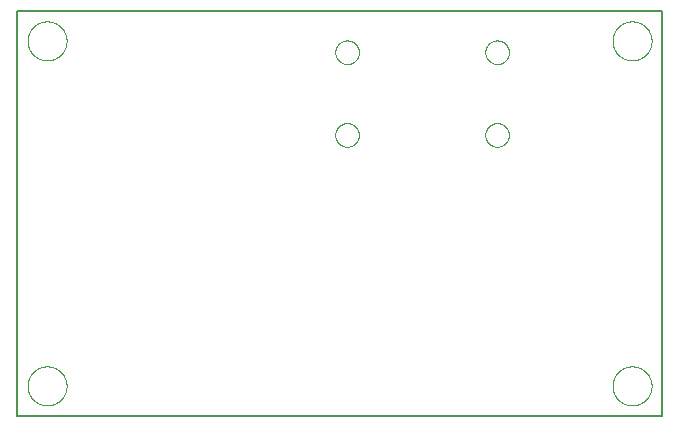
<source format=gko>
G75*
%MOIN*%
%OFA0B0*%
%FSLAX25Y25*%
%IPPOS*%
%LPD*%
%AMOC8*
5,1,8,0,0,1.08239X$1,22.5*
%
%ADD10C,0.00600*%
%ADD11C,0.00000*%
D10*
X0063333Y0060000D02*
X0278333Y0060000D01*
X0278333Y0195000D01*
X0063333Y0195000D01*
X0063333Y0060000D01*
D11*
X0066833Y0070000D02*
X0066835Y0070161D01*
X0066841Y0070321D01*
X0066851Y0070482D01*
X0066865Y0070642D01*
X0066883Y0070802D01*
X0066904Y0070961D01*
X0066930Y0071120D01*
X0066960Y0071278D01*
X0066993Y0071435D01*
X0067031Y0071592D01*
X0067072Y0071747D01*
X0067117Y0071901D01*
X0067166Y0072054D01*
X0067219Y0072206D01*
X0067275Y0072357D01*
X0067336Y0072506D01*
X0067399Y0072654D01*
X0067467Y0072800D01*
X0067538Y0072944D01*
X0067612Y0073086D01*
X0067690Y0073227D01*
X0067772Y0073365D01*
X0067857Y0073502D01*
X0067945Y0073636D01*
X0068037Y0073768D01*
X0068132Y0073898D01*
X0068230Y0074026D01*
X0068331Y0074151D01*
X0068435Y0074273D01*
X0068542Y0074393D01*
X0068652Y0074510D01*
X0068765Y0074625D01*
X0068881Y0074736D01*
X0069000Y0074845D01*
X0069121Y0074950D01*
X0069245Y0075053D01*
X0069371Y0075153D01*
X0069499Y0075249D01*
X0069630Y0075342D01*
X0069764Y0075432D01*
X0069899Y0075519D01*
X0070037Y0075602D01*
X0070176Y0075682D01*
X0070318Y0075758D01*
X0070461Y0075831D01*
X0070606Y0075900D01*
X0070753Y0075966D01*
X0070901Y0076028D01*
X0071051Y0076086D01*
X0071202Y0076141D01*
X0071355Y0076192D01*
X0071509Y0076239D01*
X0071664Y0076282D01*
X0071820Y0076321D01*
X0071976Y0076357D01*
X0072134Y0076388D01*
X0072292Y0076416D01*
X0072451Y0076440D01*
X0072611Y0076460D01*
X0072771Y0076476D01*
X0072931Y0076488D01*
X0073092Y0076496D01*
X0073253Y0076500D01*
X0073413Y0076500D01*
X0073574Y0076496D01*
X0073735Y0076488D01*
X0073895Y0076476D01*
X0074055Y0076460D01*
X0074215Y0076440D01*
X0074374Y0076416D01*
X0074532Y0076388D01*
X0074690Y0076357D01*
X0074846Y0076321D01*
X0075002Y0076282D01*
X0075157Y0076239D01*
X0075311Y0076192D01*
X0075464Y0076141D01*
X0075615Y0076086D01*
X0075765Y0076028D01*
X0075913Y0075966D01*
X0076060Y0075900D01*
X0076205Y0075831D01*
X0076348Y0075758D01*
X0076490Y0075682D01*
X0076629Y0075602D01*
X0076767Y0075519D01*
X0076902Y0075432D01*
X0077036Y0075342D01*
X0077167Y0075249D01*
X0077295Y0075153D01*
X0077421Y0075053D01*
X0077545Y0074950D01*
X0077666Y0074845D01*
X0077785Y0074736D01*
X0077901Y0074625D01*
X0078014Y0074510D01*
X0078124Y0074393D01*
X0078231Y0074273D01*
X0078335Y0074151D01*
X0078436Y0074026D01*
X0078534Y0073898D01*
X0078629Y0073768D01*
X0078721Y0073636D01*
X0078809Y0073502D01*
X0078894Y0073365D01*
X0078976Y0073227D01*
X0079054Y0073086D01*
X0079128Y0072944D01*
X0079199Y0072800D01*
X0079267Y0072654D01*
X0079330Y0072506D01*
X0079391Y0072357D01*
X0079447Y0072206D01*
X0079500Y0072054D01*
X0079549Y0071901D01*
X0079594Y0071747D01*
X0079635Y0071592D01*
X0079673Y0071435D01*
X0079706Y0071278D01*
X0079736Y0071120D01*
X0079762Y0070961D01*
X0079783Y0070802D01*
X0079801Y0070642D01*
X0079815Y0070482D01*
X0079825Y0070321D01*
X0079831Y0070161D01*
X0079833Y0070000D01*
X0079831Y0069839D01*
X0079825Y0069679D01*
X0079815Y0069518D01*
X0079801Y0069358D01*
X0079783Y0069198D01*
X0079762Y0069039D01*
X0079736Y0068880D01*
X0079706Y0068722D01*
X0079673Y0068565D01*
X0079635Y0068408D01*
X0079594Y0068253D01*
X0079549Y0068099D01*
X0079500Y0067946D01*
X0079447Y0067794D01*
X0079391Y0067643D01*
X0079330Y0067494D01*
X0079267Y0067346D01*
X0079199Y0067200D01*
X0079128Y0067056D01*
X0079054Y0066914D01*
X0078976Y0066773D01*
X0078894Y0066635D01*
X0078809Y0066498D01*
X0078721Y0066364D01*
X0078629Y0066232D01*
X0078534Y0066102D01*
X0078436Y0065974D01*
X0078335Y0065849D01*
X0078231Y0065727D01*
X0078124Y0065607D01*
X0078014Y0065490D01*
X0077901Y0065375D01*
X0077785Y0065264D01*
X0077666Y0065155D01*
X0077545Y0065050D01*
X0077421Y0064947D01*
X0077295Y0064847D01*
X0077167Y0064751D01*
X0077036Y0064658D01*
X0076902Y0064568D01*
X0076767Y0064481D01*
X0076629Y0064398D01*
X0076490Y0064318D01*
X0076348Y0064242D01*
X0076205Y0064169D01*
X0076060Y0064100D01*
X0075913Y0064034D01*
X0075765Y0063972D01*
X0075615Y0063914D01*
X0075464Y0063859D01*
X0075311Y0063808D01*
X0075157Y0063761D01*
X0075002Y0063718D01*
X0074846Y0063679D01*
X0074690Y0063643D01*
X0074532Y0063612D01*
X0074374Y0063584D01*
X0074215Y0063560D01*
X0074055Y0063540D01*
X0073895Y0063524D01*
X0073735Y0063512D01*
X0073574Y0063504D01*
X0073413Y0063500D01*
X0073253Y0063500D01*
X0073092Y0063504D01*
X0072931Y0063512D01*
X0072771Y0063524D01*
X0072611Y0063540D01*
X0072451Y0063560D01*
X0072292Y0063584D01*
X0072134Y0063612D01*
X0071976Y0063643D01*
X0071820Y0063679D01*
X0071664Y0063718D01*
X0071509Y0063761D01*
X0071355Y0063808D01*
X0071202Y0063859D01*
X0071051Y0063914D01*
X0070901Y0063972D01*
X0070753Y0064034D01*
X0070606Y0064100D01*
X0070461Y0064169D01*
X0070318Y0064242D01*
X0070176Y0064318D01*
X0070037Y0064398D01*
X0069899Y0064481D01*
X0069764Y0064568D01*
X0069630Y0064658D01*
X0069499Y0064751D01*
X0069371Y0064847D01*
X0069245Y0064947D01*
X0069121Y0065050D01*
X0069000Y0065155D01*
X0068881Y0065264D01*
X0068765Y0065375D01*
X0068652Y0065490D01*
X0068542Y0065607D01*
X0068435Y0065727D01*
X0068331Y0065849D01*
X0068230Y0065974D01*
X0068132Y0066102D01*
X0068037Y0066232D01*
X0067945Y0066364D01*
X0067857Y0066498D01*
X0067772Y0066635D01*
X0067690Y0066773D01*
X0067612Y0066914D01*
X0067538Y0067056D01*
X0067467Y0067200D01*
X0067399Y0067346D01*
X0067336Y0067494D01*
X0067275Y0067643D01*
X0067219Y0067794D01*
X0067166Y0067946D01*
X0067117Y0068099D01*
X0067072Y0068253D01*
X0067031Y0068408D01*
X0066993Y0068565D01*
X0066960Y0068722D01*
X0066930Y0068880D01*
X0066904Y0069039D01*
X0066883Y0069198D01*
X0066865Y0069358D01*
X0066851Y0069518D01*
X0066841Y0069679D01*
X0066835Y0069839D01*
X0066833Y0070000D01*
X0169396Y0153661D02*
X0169398Y0153786D01*
X0169404Y0153911D01*
X0169414Y0154035D01*
X0169428Y0154159D01*
X0169445Y0154283D01*
X0169467Y0154406D01*
X0169493Y0154528D01*
X0169522Y0154650D01*
X0169555Y0154770D01*
X0169593Y0154889D01*
X0169633Y0155008D01*
X0169678Y0155124D01*
X0169726Y0155239D01*
X0169778Y0155353D01*
X0169834Y0155465D01*
X0169893Y0155575D01*
X0169955Y0155683D01*
X0170021Y0155790D01*
X0170090Y0155894D01*
X0170163Y0155995D01*
X0170238Y0156095D01*
X0170317Y0156192D01*
X0170399Y0156286D01*
X0170484Y0156378D01*
X0170571Y0156467D01*
X0170662Y0156553D01*
X0170755Y0156636D01*
X0170851Y0156717D01*
X0170949Y0156794D01*
X0171049Y0156868D01*
X0171152Y0156939D01*
X0171257Y0157006D01*
X0171365Y0157071D01*
X0171474Y0157131D01*
X0171585Y0157189D01*
X0171698Y0157242D01*
X0171812Y0157292D01*
X0171928Y0157339D01*
X0172045Y0157381D01*
X0172164Y0157420D01*
X0172284Y0157456D01*
X0172405Y0157487D01*
X0172527Y0157515D01*
X0172649Y0157538D01*
X0172773Y0157558D01*
X0172897Y0157574D01*
X0173021Y0157586D01*
X0173146Y0157594D01*
X0173271Y0157598D01*
X0173395Y0157598D01*
X0173520Y0157594D01*
X0173645Y0157586D01*
X0173769Y0157574D01*
X0173893Y0157558D01*
X0174017Y0157538D01*
X0174139Y0157515D01*
X0174261Y0157487D01*
X0174382Y0157456D01*
X0174502Y0157420D01*
X0174621Y0157381D01*
X0174738Y0157339D01*
X0174854Y0157292D01*
X0174968Y0157242D01*
X0175081Y0157189D01*
X0175192Y0157131D01*
X0175302Y0157071D01*
X0175409Y0157006D01*
X0175514Y0156939D01*
X0175617Y0156868D01*
X0175717Y0156794D01*
X0175815Y0156717D01*
X0175911Y0156636D01*
X0176004Y0156553D01*
X0176095Y0156467D01*
X0176182Y0156378D01*
X0176267Y0156286D01*
X0176349Y0156192D01*
X0176428Y0156095D01*
X0176503Y0155995D01*
X0176576Y0155894D01*
X0176645Y0155790D01*
X0176711Y0155683D01*
X0176773Y0155575D01*
X0176832Y0155465D01*
X0176888Y0155353D01*
X0176940Y0155239D01*
X0176988Y0155124D01*
X0177033Y0155008D01*
X0177073Y0154889D01*
X0177111Y0154770D01*
X0177144Y0154650D01*
X0177173Y0154528D01*
X0177199Y0154406D01*
X0177221Y0154283D01*
X0177238Y0154159D01*
X0177252Y0154035D01*
X0177262Y0153911D01*
X0177268Y0153786D01*
X0177270Y0153661D01*
X0177268Y0153536D01*
X0177262Y0153411D01*
X0177252Y0153287D01*
X0177238Y0153163D01*
X0177221Y0153039D01*
X0177199Y0152916D01*
X0177173Y0152794D01*
X0177144Y0152672D01*
X0177111Y0152552D01*
X0177073Y0152433D01*
X0177033Y0152314D01*
X0176988Y0152198D01*
X0176940Y0152083D01*
X0176888Y0151969D01*
X0176832Y0151857D01*
X0176773Y0151747D01*
X0176711Y0151639D01*
X0176645Y0151532D01*
X0176576Y0151428D01*
X0176503Y0151327D01*
X0176428Y0151227D01*
X0176349Y0151130D01*
X0176267Y0151036D01*
X0176182Y0150944D01*
X0176095Y0150855D01*
X0176004Y0150769D01*
X0175911Y0150686D01*
X0175815Y0150605D01*
X0175717Y0150528D01*
X0175617Y0150454D01*
X0175514Y0150383D01*
X0175409Y0150316D01*
X0175301Y0150251D01*
X0175192Y0150191D01*
X0175081Y0150133D01*
X0174968Y0150080D01*
X0174854Y0150030D01*
X0174738Y0149983D01*
X0174621Y0149941D01*
X0174502Y0149902D01*
X0174382Y0149866D01*
X0174261Y0149835D01*
X0174139Y0149807D01*
X0174017Y0149784D01*
X0173893Y0149764D01*
X0173769Y0149748D01*
X0173645Y0149736D01*
X0173520Y0149728D01*
X0173395Y0149724D01*
X0173271Y0149724D01*
X0173146Y0149728D01*
X0173021Y0149736D01*
X0172897Y0149748D01*
X0172773Y0149764D01*
X0172649Y0149784D01*
X0172527Y0149807D01*
X0172405Y0149835D01*
X0172284Y0149866D01*
X0172164Y0149902D01*
X0172045Y0149941D01*
X0171928Y0149983D01*
X0171812Y0150030D01*
X0171698Y0150080D01*
X0171585Y0150133D01*
X0171474Y0150191D01*
X0171364Y0150251D01*
X0171257Y0150316D01*
X0171152Y0150383D01*
X0171049Y0150454D01*
X0170949Y0150528D01*
X0170851Y0150605D01*
X0170755Y0150686D01*
X0170662Y0150769D01*
X0170571Y0150855D01*
X0170484Y0150944D01*
X0170399Y0151036D01*
X0170317Y0151130D01*
X0170238Y0151227D01*
X0170163Y0151327D01*
X0170090Y0151428D01*
X0170021Y0151532D01*
X0169955Y0151639D01*
X0169893Y0151747D01*
X0169834Y0151857D01*
X0169778Y0151969D01*
X0169726Y0152083D01*
X0169678Y0152198D01*
X0169633Y0152314D01*
X0169593Y0152433D01*
X0169555Y0152552D01*
X0169522Y0152672D01*
X0169493Y0152794D01*
X0169467Y0152916D01*
X0169445Y0153039D01*
X0169428Y0153163D01*
X0169414Y0153287D01*
X0169404Y0153411D01*
X0169398Y0153536D01*
X0169396Y0153661D01*
X0169396Y0181220D02*
X0169398Y0181345D01*
X0169404Y0181470D01*
X0169414Y0181594D01*
X0169428Y0181718D01*
X0169445Y0181842D01*
X0169467Y0181965D01*
X0169493Y0182087D01*
X0169522Y0182209D01*
X0169555Y0182329D01*
X0169593Y0182448D01*
X0169633Y0182567D01*
X0169678Y0182683D01*
X0169726Y0182798D01*
X0169778Y0182912D01*
X0169834Y0183024D01*
X0169893Y0183134D01*
X0169955Y0183242D01*
X0170021Y0183349D01*
X0170090Y0183453D01*
X0170163Y0183554D01*
X0170238Y0183654D01*
X0170317Y0183751D01*
X0170399Y0183845D01*
X0170484Y0183937D01*
X0170571Y0184026D01*
X0170662Y0184112D01*
X0170755Y0184195D01*
X0170851Y0184276D01*
X0170949Y0184353D01*
X0171049Y0184427D01*
X0171152Y0184498D01*
X0171257Y0184565D01*
X0171365Y0184630D01*
X0171474Y0184690D01*
X0171585Y0184748D01*
X0171698Y0184801D01*
X0171812Y0184851D01*
X0171928Y0184898D01*
X0172045Y0184940D01*
X0172164Y0184979D01*
X0172284Y0185015D01*
X0172405Y0185046D01*
X0172527Y0185074D01*
X0172649Y0185097D01*
X0172773Y0185117D01*
X0172897Y0185133D01*
X0173021Y0185145D01*
X0173146Y0185153D01*
X0173271Y0185157D01*
X0173395Y0185157D01*
X0173520Y0185153D01*
X0173645Y0185145D01*
X0173769Y0185133D01*
X0173893Y0185117D01*
X0174017Y0185097D01*
X0174139Y0185074D01*
X0174261Y0185046D01*
X0174382Y0185015D01*
X0174502Y0184979D01*
X0174621Y0184940D01*
X0174738Y0184898D01*
X0174854Y0184851D01*
X0174968Y0184801D01*
X0175081Y0184748D01*
X0175192Y0184690D01*
X0175302Y0184630D01*
X0175409Y0184565D01*
X0175514Y0184498D01*
X0175617Y0184427D01*
X0175717Y0184353D01*
X0175815Y0184276D01*
X0175911Y0184195D01*
X0176004Y0184112D01*
X0176095Y0184026D01*
X0176182Y0183937D01*
X0176267Y0183845D01*
X0176349Y0183751D01*
X0176428Y0183654D01*
X0176503Y0183554D01*
X0176576Y0183453D01*
X0176645Y0183349D01*
X0176711Y0183242D01*
X0176773Y0183134D01*
X0176832Y0183024D01*
X0176888Y0182912D01*
X0176940Y0182798D01*
X0176988Y0182683D01*
X0177033Y0182567D01*
X0177073Y0182448D01*
X0177111Y0182329D01*
X0177144Y0182209D01*
X0177173Y0182087D01*
X0177199Y0181965D01*
X0177221Y0181842D01*
X0177238Y0181718D01*
X0177252Y0181594D01*
X0177262Y0181470D01*
X0177268Y0181345D01*
X0177270Y0181220D01*
X0177268Y0181095D01*
X0177262Y0180970D01*
X0177252Y0180846D01*
X0177238Y0180722D01*
X0177221Y0180598D01*
X0177199Y0180475D01*
X0177173Y0180353D01*
X0177144Y0180231D01*
X0177111Y0180111D01*
X0177073Y0179992D01*
X0177033Y0179873D01*
X0176988Y0179757D01*
X0176940Y0179642D01*
X0176888Y0179528D01*
X0176832Y0179416D01*
X0176773Y0179306D01*
X0176711Y0179198D01*
X0176645Y0179091D01*
X0176576Y0178987D01*
X0176503Y0178886D01*
X0176428Y0178786D01*
X0176349Y0178689D01*
X0176267Y0178595D01*
X0176182Y0178503D01*
X0176095Y0178414D01*
X0176004Y0178328D01*
X0175911Y0178245D01*
X0175815Y0178164D01*
X0175717Y0178087D01*
X0175617Y0178013D01*
X0175514Y0177942D01*
X0175409Y0177875D01*
X0175301Y0177810D01*
X0175192Y0177750D01*
X0175081Y0177692D01*
X0174968Y0177639D01*
X0174854Y0177589D01*
X0174738Y0177542D01*
X0174621Y0177500D01*
X0174502Y0177461D01*
X0174382Y0177425D01*
X0174261Y0177394D01*
X0174139Y0177366D01*
X0174017Y0177343D01*
X0173893Y0177323D01*
X0173769Y0177307D01*
X0173645Y0177295D01*
X0173520Y0177287D01*
X0173395Y0177283D01*
X0173271Y0177283D01*
X0173146Y0177287D01*
X0173021Y0177295D01*
X0172897Y0177307D01*
X0172773Y0177323D01*
X0172649Y0177343D01*
X0172527Y0177366D01*
X0172405Y0177394D01*
X0172284Y0177425D01*
X0172164Y0177461D01*
X0172045Y0177500D01*
X0171928Y0177542D01*
X0171812Y0177589D01*
X0171698Y0177639D01*
X0171585Y0177692D01*
X0171474Y0177750D01*
X0171364Y0177810D01*
X0171257Y0177875D01*
X0171152Y0177942D01*
X0171049Y0178013D01*
X0170949Y0178087D01*
X0170851Y0178164D01*
X0170755Y0178245D01*
X0170662Y0178328D01*
X0170571Y0178414D01*
X0170484Y0178503D01*
X0170399Y0178595D01*
X0170317Y0178689D01*
X0170238Y0178786D01*
X0170163Y0178886D01*
X0170090Y0178987D01*
X0170021Y0179091D01*
X0169955Y0179198D01*
X0169893Y0179306D01*
X0169834Y0179416D01*
X0169778Y0179528D01*
X0169726Y0179642D01*
X0169678Y0179757D01*
X0169633Y0179873D01*
X0169593Y0179992D01*
X0169555Y0180111D01*
X0169522Y0180231D01*
X0169493Y0180353D01*
X0169467Y0180475D01*
X0169445Y0180598D01*
X0169428Y0180722D01*
X0169414Y0180846D01*
X0169404Y0180970D01*
X0169398Y0181095D01*
X0169396Y0181220D01*
X0219396Y0181220D02*
X0219398Y0181345D01*
X0219404Y0181470D01*
X0219414Y0181594D01*
X0219428Y0181718D01*
X0219445Y0181842D01*
X0219467Y0181965D01*
X0219493Y0182087D01*
X0219522Y0182209D01*
X0219555Y0182329D01*
X0219593Y0182448D01*
X0219633Y0182567D01*
X0219678Y0182683D01*
X0219726Y0182798D01*
X0219778Y0182912D01*
X0219834Y0183024D01*
X0219893Y0183134D01*
X0219955Y0183242D01*
X0220021Y0183349D01*
X0220090Y0183453D01*
X0220163Y0183554D01*
X0220238Y0183654D01*
X0220317Y0183751D01*
X0220399Y0183845D01*
X0220484Y0183937D01*
X0220571Y0184026D01*
X0220662Y0184112D01*
X0220755Y0184195D01*
X0220851Y0184276D01*
X0220949Y0184353D01*
X0221049Y0184427D01*
X0221152Y0184498D01*
X0221257Y0184565D01*
X0221365Y0184630D01*
X0221474Y0184690D01*
X0221585Y0184748D01*
X0221698Y0184801D01*
X0221812Y0184851D01*
X0221928Y0184898D01*
X0222045Y0184940D01*
X0222164Y0184979D01*
X0222284Y0185015D01*
X0222405Y0185046D01*
X0222527Y0185074D01*
X0222649Y0185097D01*
X0222773Y0185117D01*
X0222897Y0185133D01*
X0223021Y0185145D01*
X0223146Y0185153D01*
X0223271Y0185157D01*
X0223395Y0185157D01*
X0223520Y0185153D01*
X0223645Y0185145D01*
X0223769Y0185133D01*
X0223893Y0185117D01*
X0224017Y0185097D01*
X0224139Y0185074D01*
X0224261Y0185046D01*
X0224382Y0185015D01*
X0224502Y0184979D01*
X0224621Y0184940D01*
X0224738Y0184898D01*
X0224854Y0184851D01*
X0224968Y0184801D01*
X0225081Y0184748D01*
X0225192Y0184690D01*
X0225302Y0184630D01*
X0225409Y0184565D01*
X0225514Y0184498D01*
X0225617Y0184427D01*
X0225717Y0184353D01*
X0225815Y0184276D01*
X0225911Y0184195D01*
X0226004Y0184112D01*
X0226095Y0184026D01*
X0226182Y0183937D01*
X0226267Y0183845D01*
X0226349Y0183751D01*
X0226428Y0183654D01*
X0226503Y0183554D01*
X0226576Y0183453D01*
X0226645Y0183349D01*
X0226711Y0183242D01*
X0226773Y0183134D01*
X0226832Y0183024D01*
X0226888Y0182912D01*
X0226940Y0182798D01*
X0226988Y0182683D01*
X0227033Y0182567D01*
X0227073Y0182448D01*
X0227111Y0182329D01*
X0227144Y0182209D01*
X0227173Y0182087D01*
X0227199Y0181965D01*
X0227221Y0181842D01*
X0227238Y0181718D01*
X0227252Y0181594D01*
X0227262Y0181470D01*
X0227268Y0181345D01*
X0227270Y0181220D01*
X0227268Y0181095D01*
X0227262Y0180970D01*
X0227252Y0180846D01*
X0227238Y0180722D01*
X0227221Y0180598D01*
X0227199Y0180475D01*
X0227173Y0180353D01*
X0227144Y0180231D01*
X0227111Y0180111D01*
X0227073Y0179992D01*
X0227033Y0179873D01*
X0226988Y0179757D01*
X0226940Y0179642D01*
X0226888Y0179528D01*
X0226832Y0179416D01*
X0226773Y0179306D01*
X0226711Y0179198D01*
X0226645Y0179091D01*
X0226576Y0178987D01*
X0226503Y0178886D01*
X0226428Y0178786D01*
X0226349Y0178689D01*
X0226267Y0178595D01*
X0226182Y0178503D01*
X0226095Y0178414D01*
X0226004Y0178328D01*
X0225911Y0178245D01*
X0225815Y0178164D01*
X0225717Y0178087D01*
X0225617Y0178013D01*
X0225514Y0177942D01*
X0225409Y0177875D01*
X0225301Y0177810D01*
X0225192Y0177750D01*
X0225081Y0177692D01*
X0224968Y0177639D01*
X0224854Y0177589D01*
X0224738Y0177542D01*
X0224621Y0177500D01*
X0224502Y0177461D01*
X0224382Y0177425D01*
X0224261Y0177394D01*
X0224139Y0177366D01*
X0224017Y0177343D01*
X0223893Y0177323D01*
X0223769Y0177307D01*
X0223645Y0177295D01*
X0223520Y0177287D01*
X0223395Y0177283D01*
X0223271Y0177283D01*
X0223146Y0177287D01*
X0223021Y0177295D01*
X0222897Y0177307D01*
X0222773Y0177323D01*
X0222649Y0177343D01*
X0222527Y0177366D01*
X0222405Y0177394D01*
X0222284Y0177425D01*
X0222164Y0177461D01*
X0222045Y0177500D01*
X0221928Y0177542D01*
X0221812Y0177589D01*
X0221698Y0177639D01*
X0221585Y0177692D01*
X0221474Y0177750D01*
X0221364Y0177810D01*
X0221257Y0177875D01*
X0221152Y0177942D01*
X0221049Y0178013D01*
X0220949Y0178087D01*
X0220851Y0178164D01*
X0220755Y0178245D01*
X0220662Y0178328D01*
X0220571Y0178414D01*
X0220484Y0178503D01*
X0220399Y0178595D01*
X0220317Y0178689D01*
X0220238Y0178786D01*
X0220163Y0178886D01*
X0220090Y0178987D01*
X0220021Y0179091D01*
X0219955Y0179198D01*
X0219893Y0179306D01*
X0219834Y0179416D01*
X0219778Y0179528D01*
X0219726Y0179642D01*
X0219678Y0179757D01*
X0219633Y0179873D01*
X0219593Y0179992D01*
X0219555Y0180111D01*
X0219522Y0180231D01*
X0219493Y0180353D01*
X0219467Y0180475D01*
X0219445Y0180598D01*
X0219428Y0180722D01*
X0219414Y0180846D01*
X0219404Y0180970D01*
X0219398Y0181095D01*
X0219396Y0181220D01*
X0219396Y0153661D02*
X0219398Y0153786D01*
X0219404Y0153911D01*
X0219414Y0154035D01*
X0219428Y0154159D01*
X0219445Y0154283D01*
X0219467Y0154406D01*
X0219493Y0154528D01*
X0219522Y0154650D01*
X0219555Y0154770D01*
X0219593Y0154889D01*
X0219633Y0155008D01*
X0219678Y0155124D01*
X0219726Y0155239D01*
X0219778Y0155353D01*
X0219834Y0155465D01*
X0219893Y0155575D01*
X0219955Y0155683D01*
X0220021Y0155790D01*
X0220090Y0155894D01*
X0220163Y0155995D01*
X0220238Y0156095D01*
X0220317Y0156192D01*
X0220399Y0156286D01*
X0220484Y0156378D01*
X0220571Y0156467D01*
X0220662Y0156553D01*
X0220755Y0156636D01*
X0220851Y0156717D01*
X0220949Y0156794D01*
X0221049Y0156868D01*
X0221152Y0156939D01*
X0221257Y0157006D01*
X0221365Y0157071D01*
X0221474Y0157131D01*
X0221585Y0157189D01*
X0221698Y0157242D01*
X0221812Y0157292D01*
X0221928Y0157339D01*
X0222045Y0157381D01*
X0222164Y0157420D01*
X0222284Y0157456D01*
X0222405Y0157487D01*
X0222527Y0157515D01*
X0222649Y0157538D01*
X0222773Y0157558D01*
X0222897Y0157574D01*
X0223021Y0157586D01*
X0223146Y0157594D01*
X0223271Y0157598D01*
X0223395Y0157598D01*
X0223520Y0157594D01*
X0223645Y0157586D01*
X0223769Y0157574D01*
X0223893Y0157558D01*
X0224017Y0157538D01*
X0224139Y0157515D01*
X0224261Y0157487D01*
X0224382Y0157456D01*
X0224502Y0157420D01*
X0224621Y0157381D01*
X0224738Y0157339D01*
X0224854Y0157292D01*
X0224968Y0157242D01*
X0225081Y0157189D01*
X0225192Y0157131D01*
X0225302Y0157071D01*
X0225409Y0157006D01*
X0225514Y0156939D01*
X0225617Y0156868D01*
X0225717Y0156794D01*
X0225815Y0156717D01*
X0225911Y0156636D01*
X0226004Y0156553D01*
X0226095Y0156467D01*
X0226182Y0156378D01*
X0226267Y0156286D01*
X0226349Y0156192D01*
X0226428Y0156095D01*
X0226503Y0155995D01*
X0226576Y0155894D01*
X0226645Y0155790D01*
X0226711Y0155683D01*
X0226773Y0155575D01*
X0226832Y0155465D01*
X0226888Y0155353D01*
X0226940Y0155239D01*
X0226988Y0155124D01*
X0227033Y0155008D01*
X0227073Y0154889D01*
X0227111Y0154770D01*
X0227144Y0154650D01*
X0227173Y0154528D01*
X0227199Y0154406D01*
X0227221Y0154283D01*
X0227238Y0154159D01*
X0227252Y0154035D01*
X0227262Y0153911D01*
X0227268Y0153786D01*
X0227270Y0153661D01*
X0227268Y0153536D01*
X0227262Y0153411D01*
X0227252Y0153287D01*
X0227238Y0153163D01*
X0227221Y0153039D01*
X0227199Y0152916D01*
X0227173Y0152794D01*
X0227144Y0152672D01*
X0227111Y0152552D01*
X0227073Y0152433D01*
X0227033Y0152314D01*
X0226988Y0152198D01*
X0226940Y0152083D01*
X0226888Y0151969D01*
X0226832Y0151857D01*
X0226773Y0151747D01*
X0226711Y0151639D01*
X0226645Y0151532D01*
X0226576Y0151428D01*
X0226503Y0151327D01*
X0226428Y0151227D01*
X0226349Y0151130D01*
X0226267Y0151036D01*
X0226182Y0150944D01*
X0226095Y0150855D01*
X0226004Y0150769D01*
X0225911Y0150686D01*
X0225815Y0150605D01*
X0225717Y0150528D01*
X0225617Y0150454D01*
X0225514Y0150383D01*
X0225409Y0150316D01*
X0225301Y0150251D01*
X0225192Y0150191D01*
X0225081Y0150133D01*
X0224968Y0150080D01*
X0224854Y0150030D01*
X0224738Y0149983D01*
X0224621Y0149941D01*
X0224502Y0149902D01*
X0224382Y0149866D01*
X0224261Y0149835D01*
X0224139Y0149807D01*
X0224017Y0149784D01*
X0223893Y0149764D01*
X0223769Y0149748D01*
X0223645Y0149736D01*
X0223520Y0149728D01*
X0223395Y0149724D01*
X0223271Y0149724D01*
X0223146Y0149728D01*
X0223021Y0149736D01*
X0222897Y0149748D01*
X0222773Y0149764D01*
X0222649Y0149784D01*
X0222527Y0149807D01*
X0222405Y0149835D01*
X0222284Y0149866D01*
X0222164Y0149902D01*
X0222045Y0149941D01*
X0221928Y0149983D01*
X0221812Y0150030D01*
X0221698Y0150080D01*
X0221585Y0150133D01*
X0221474Y0150191D01*
X0221364Y0150251D01*
X0221257Y0150316D01*
X0221152Y0150383D01*
X0221049Y0150454D01*
X0220949Y0150528D01*
X0220851Y0150605D01*
X0220755Y0150686D01*
X0220662Y0150769D01*
X0220571Y0150855D01*
X0220484Y0150944D01*
X0220399Y0151036D01*
X0220317Y0151130D01*
X0220238Y0151227D01*
X0220163Y0151327D01*
X0220090Y0151428D01*
X0220021Y0151532D01*
X0219955Y0151639D01*
X0219893Y0151747D01*
X0219834Y0151857D01*
X0219778Y0151969D01*
X0219726Y0152083D01*
X0219678Y0152198D01*
X0219633Y0152314D01*
X0219593Y0152433D01*
X0219555Y0152552D01*
X0219522Y0152672D01*
X0219493Y0152794D01*
X0219467Y0152916D01*
X0219445Y0153039D01*
X0219428Y0153163D01*
X0219414Y0153287D01*
X0219404Y0153411D01*
X0219398Y0153536D01*
X0219396Y0153661D01*
X0261833Y0185000D02*
X0261835Y0185161D01*
X0261841Y0185321D01*
X0261851Y0185482D01*
X0261865Y0185642D01*
X0261883Y0185802D01*
X0261904Y0185961D01*
X0261930Y0186120D01*
X0261960Y0186278D01*
X0261993Y0186435D01*
X0262031Y0186592D01*
X0262072Y0186747D01*
X0262117Y0186901D01*
X0262166Y0187054D01*
X0262219Y0187206D01*
X0262275Y0187357D01*
X0262336Y0187506D01*
X0262399Y0187654D01*
X0262467Y0187800D01*
X0262538Y0187944D01*
X0262612Y0188086D01*
X0262690Y0188227D01*
X0262772Y0188365D01*
X0262857Y0188502D01*
X0262945Y0188636D01*
X0263037Y0188768D01*
X0263132Y0188898D01*
X0263230Y0189026D01*
X0263331Y0189151D01*
X0263435Y0189273D01*
X0263542Y0189393D01*
X0263652Y0189510D01*
X0263765Y0189625D01*
X0263881Y0189736D01*
X0264000Y0189845D01*
X0264121Y0189950D01*
X0264245Y0190053D01*
X0264371Y0190153D01*
X0264499Y0190249D01*
X0264630Y0190342D01*
X0264764Y0190432D01*
X0264899Y0190519D01*
X0265037Y0190602D01*
X0265176Y0190682D01*
X0265318Y0190758D01*
X0265461Y0190831D01*
X0265606Y0190900D01*
X0265753Y0190966D01*
X0265901Y0191028D01*
X0266051Y0191086D01*
X0266202Y0191141D01*
X0266355Y0191192D01*
X0266509Y0191239D01*
X0266664Y0191282D01*
X0266820Y0191321D01*
X0266976Y0191357D01*
X0267134Y0191388D01*
X0267292Y0191416D01*
X0267451Y0191440D01*
X0267611Y0191460D01*
X0267771Y0191476D01*
X0267931Y0191488D01*
X0268092Y0191496D01*
X0268253Y0191500D01*
X0268413Y0191500D01*
X0268574Y0191496D01*
X0268735Y0191488D01*
X0268895Y0191476D01*
X0269055Y0191460D01*
X0269215Y0191440D01*
X0269374Y0191416D01*
X0269532Y0191388D01*
X0269690Y0191357D01*
X0269846Y0191321D01*
X0270002Y0191282D01*
X0270157Y0191239D01*
X0270311Y0191192D01*
X0270464Y0191141D01*
X0270615Y0191086D01*
X0270765Y0191028D01*
X0270913Y0190966D01*
X0271060Y0190900D01*
X0271205Y0190831D01*
X0271348Y0190758D01*
X0271490Y0190682D01*
X0271629Y0190602D01*
X0271767Y0190519D01*
X0271902Y0190432D01*
X0272036Y0190342D01*
X0272167Y0190249D01*
X0272295Y0190153D01*
X0272421Y0190053D01*
X0272545Y0189950D01*
X0272666Y0189845D01*
X0272785Y0189736D01*
X0272901Y0189625D01*
X0273014Y0189510D01*
X0273124Y0189393D01*
X0273231Y0189273D01*
X0273335Y0189151D01*
X0273436Y0189026D01*
X0273534Y0188898D01*
X0273629Y0188768D01*
X0273721Y0188636D01*
X0273809Y0188502D01*
X0273894Y0188365D01*
X0273976Y0188227D01*
X0274054Y0188086D01*
X0274128Y0187944D01*
X0274199Y0187800D01*
X0274267Y0187654D01*
X0274330Y0187506D01*
X0274391Y0187357D01*
X0274447Y0187206D01*
X0274500Y0187054D01*
X0274549Y0186901D01*
X0274594Y0186747D01*
X0274635Y0186592D01*
X0274673Y0186435D01*
X0274706Y0186278D01*
X0274736Y0186120D01*
X0274762Y0185961D01*
X0274783Y0185802D01*
X0274801Y0185642D01*
X0274815Y0185482D01*
X0274825Y0185321D01*
X0274831Y0185161D01*
X0274833Y0185000D01*
X0274831Y0184839D01*
X0274825Y0184679D01*
X0274815Y0184518D01*
X0274801Y0184358D01*
X0274783Y0184198D01*
X0274762Y0184039D01*
X0274736Y0183880D01*
X0274706Y0183722D01*
X0274673Y0183565D01*
X0274635Y0183408D01*
X0274594Y0183253D01*
X0274549Y0183099D01*
X0274500Y0182946D01*
X0274447Y0182794D01*
X0274391Y0182643D01*
X0274330Y0182494D01*
X0274267Y0182346D01*
X0274199Y0182200D01*
X0274128Y0182056D01*
X0274054Y0181914D01*
X0273976Y0181773D01*
X0273894Y0181635D01*
X0273809Y0181498D01*
X0273721Y0181364D01*
X0273629Y0181232D01*
X0273534Y0181102D01*
X0273436Y0180974D01*
X0273335Y0180849D01*
X0273231Y0180727D01*
X0273124Y0180607D01*
X0273014Y0180490D01*
X0272901Y0180375D01*
X0272785Y0180264D01*
X0272666Y0180155D01*
X0272545Y0180050D01*
X0272421Y0179947D01*
X0272295Y0179847D01*
X0272167Y0179751D01*
X0272036Y0179658D01*
X0271902Y0179568D01*
X0271767Y0179481D01*
X0271629Y0179398D01*
X0271490Y0179318D01*
X0271348Y0179242D01*
X0271205Y0179169D01*
X0271060Y0179100D01*
X0270913Y0179034D01*
X0270765Y0178972D01*
X0270615Y0178914D01*
X0270464Y0178859D01*
X0270311Y0178808D01*
X0270157Y0178761D01*
X0270002Y0178718D01*
X0269846Y0178679D01*
X0269690Y0178643D01*
X0269532Y0178612D01*
X0269374Y0178584D01*
X0269215Y0178560D01*
X0269055Y0178540D01*
X0268895Y0178524D01*
X0268735Y0178512D01*
X0268574Y0178504D01*
X0268413Y0178500D01*
X0268253Y0178500D01*
X0268092Y0178504D01*
X0267931Y0178512D01*
X0267771Y0178524D01*
X0267611Y0178540D01*
X0267451Y0178560D01*
X0267292Y0178584D01*
X0267134Y0178612D01*
X0266976Y0178643D01*
X0266820Y0178679D01*
X0266664Y0178718D01*
X0266509Y0178761D01*
X0266355Y0178808D01*
X0266202Y0178859D01*
X0266051Y0178914D01*
X0265901Y0178972D01*
X0265753Y0179034D01*
X0265606Y0179100D01*
X0265461Y0179169D01*
X0265318Y0179242D01*
X0265176Y0179318D01*
X0265037Y0179398D01*
X0264899Y0179481D01*
X0264764Y0179568D01*
X0264630Y0179658D01*
X0264499Y0179751D01*
X0264371Y0179847D01*
X0264245Y0179947D01*
X0264121Y0180050D01*
X0264000Y0180155D01*
X0263881Y0180264D01*
X0263765Y0180375D01*
X0263652Y0180490D01*
X0263542Y0180607D01*
X0263435Y0180727D01*
X0263331Y0180849D01*
X0263230Y0180974D01*
X0263132Y0181102D01*
X0263037Y0181232D01*
X0262945Y0181364D01*
X0262857Y0181498D01*
X0262772Y0181635D01*
X0262690Y0181773D01*
X0262612Y0181914D01*
X0262538Y0182056D01*
X0262467Y0182200D01*
X0262399Y0182346D01*
X0262336Y0182494D01*
X0262275Y0182643D01*
X0262219Y0182794D01*
X0262166Y0182946D01*
X0262117Y0183099D01*
X0262072Y0183253D01*
X0262031Y0183408D01*
X0261993Y0183565D01*
X0261960Y0183722D01*
X0261930Y0183880D01*
X0261904Y0184039D01*
X0261883Y0184198D01*
X0261865Y0184358D01*
X0261851Y0184518D01*
X0261841Y0184679D01*
X0261835Y0184839D01*
X0261833Y0185000D01*
X0066833Y0185000D02*
X0066835Y0185161D01*
X0066841Y0185321D01*
X0066851Y0185482D01*
X0066865Y0185642D01*
X0066883Y0185802D01*
X0066904Y0185961D01*
X0066930Y0186120D01*
X0066960Y0186278D01*
X0066993Y0186435D01*
X0067031Y0186592D01*
X0067072Y0186747D01*
X0067117Y0186901D01*
X0067166Y0187054D01*
X0067219Y0187206D01*
X0067275Y0187357D01*
X0067336Y0187506D01*
X0067399Y0187654D01*
X0067467Y0187800D01*
X0067538Y0187944D01*
X0067612Y0188086D01*
X0067690Y0188227D01*
X0067772Y0188365D01*
X0067857Y0188502D01*
X0067945Y0188636D01*
X0068037Y0188768D01*
X0068132Y0188898D01*
X0068230Y0189026D01*
X0068331Y0189151D01*
X0068435Y0189273D01*
X0068542Y0189393D01*
X0068652Y0189510D01*
X0068765Y0189625D01*
X0068881Y0189736D01*
X0069000Y0189845D01*
X0069121Y0189950D01*
X0069245Y0190053D01*
X0069371Y0190153D01*
X0069499Y0190249D01*
X0069630Y0190342D01*
X0069764Y0190432D01*
X0069899Y0190519D01*
X0070037Y0190602D01*
X0070176Y0190682D01*
X0070318Y0190758D01*
X0070461Y0190831D01*
X0070606Y0190900D01*
X0070753Y0190966D01*
X0070901Y0191028D01*
X0071051Y0191086D01*
X0071202Y0191141D01*
X0071355Y0191192D01*
X0071509Y0191239D01*
X0071664Y0191282D01*
X0071820Y0191321D01*
X0071976Y0191357D01*
X0072134Y0191388D01*
X0072292Y0191416D01*
X0072451Y0191440D01*
X0072611Y0191460D01*
X0072771Y0191476D01*
X0072931Y0191488D01*
X0073092Y0191496D01*
X0073253Y0191500D01*
X0073413Y0191500D01*
X0073574Y0191496D01*
X0073735Y0191488D01*
X0073895Y0191476D01*
X0074055Y0191460D01*
X0074215Y0191440D01*
X0074374Y0191416D01*
X0074532Y0191388D01*
X0074690Y0191357D01*
X0074846Y0191321D01*
X0075002Y0191282D01*
X0075157Y0191239D01*
X0075311Y0191192D01*
X0075464Y0191141D01*
X0075615Y0191086D01*
X0075765Y0191028D01*
X0075913Y0190966D01*
X0076060Y0190900D01*
X0076205Y0190831D01*
X0076348Y0190758D01*
X0076490Y0190682D01*
X0076629Y0190602D01*
X0076767Y0190519D01*
X0076902Y0190432D01*
X0077036Y0190342D01*
X0077167Y0190249D01*
X0077295Y0190153D01*
X0077421Y0190053D01*
X0077545Y0189950D01*
X0077666Y0189845D01*
X0077785Y0189736D01*
X0077901Y0189625D01*
X0078014Y0189510D01*
X0078124Y0189393D01*
X0078231Y0189273D01*
X0078335Y0189151D01*
X0078436Y0189026D01*
X0078534Y0188898D01*
X0078629Y0188768D01*
X0078721Y0188636D01*
X0078809Y0188502D01*
X0078894Y0188365D01*
X0078976Y0188227D01*
X0079054Y0188086D01*
X0079128Y0187944D01*
X0079199Y0187800D01*
X0079267Y0187654D01*
X0079330Y0187506D01*
X0079391Y0187357D01*
X0079447Y0187206D01*
X0079500Y0187054D01*
X0079549Y0186901D01*
X0079594Y0186747D01*
X0079635Y0186592D01*
X0079673Y0186435D01*
X0079706Y0186278D01*
X0079736Y0186120D01*
X0079762Y0185961D01*
X0079783Y0185802D01*
X0079801Y0185642D01*
X0079815Y0185482D01*
X0079825Y0185321D01*
X0079831Y0185161D01*
X0079833Y0185000D01*
X0079831Y0184839D01*
X0079825Y0184679D01*
X0079815Y0184518D01*
X0079801Y0184358D01*
X0079783Y0184198D01*
X0079762Y0184039D01*
X0079736Y0183880D01*
X0079706Y0183722D01*
X0079673Y0183565D01*
X0079635Y0183408D01*
X0079594Y0183253D01*
X0079549Y0183099D01*
X0079500Y0182946D01*
X0079447Y0182794D01*
X0079391Y0182643D01*
X0079330Y0182494D01*
X0079267Y0182346D01*
X0079199Y0182200D01*
X0079128Y0182056D01*
X0079054Y0181914D01*
X0078976Y0181773D01*
X0078894Y0181635D01*
X0078809Y0181498D01*
X0078721Y0181364D01*
X0078629Y0181232D01*
X0078534Y0181102D01*
X0078436Y0180974D01*
X0078335Y0180849D01*
X0078231Y0180727D01*
X0078124Y0180607D01*
X0078014Y0180490D01*
X0077901Y0180375D01*
X0077785Y0180264D01*
X0077666Y0180155D01*
X0077545Y0180050D01*
X0077421Y0179947D01*
X0077295Y0179847D01*
X0077167Y0179751D01*
X0077036Y0179658D01*
X0076902Y0179568D01*
X0076767Y0179481D01*
X0076629Y0179398D01*
X0076490Y0179318D01*
X0076348Y0179242D01*
X0076205Y0179169D01*
X0076060Y0179100D01*
X0075913Y0179034D01*
X0075765Y0178972D01*
X0075615Y0178914D01*
X0075464Y0178859D01*
X0075311Y0178808D01*
X0075157Y0178761D01*
X0075002Y0178718D01*
X0074846Y0178679D01*
X0074690Y0178643D01*
X0074532Y0178612D01*
X0074374Y0178584D01*
X0074215Y0178560D01*
X0074055Y0178540D01*
X0073895Y0178524D01*
X0073735Y0178512D01*
X0073574Y0178504D01*
X0073413Y0178500D01*
X0073253Y0178500D01*
X0073092Y0178504D01*
X0072931Y0178512D01*
X0072771Y0178524D01*
X0072611Y0178540D01*
X0072451Y0178560D01*
X0072292Y0178584D01*
X0072134Y0178612D01*
X0071976Y0178643D01*
X0071820Y0178679D01*
X0071664Y0178718D01*
X0071509Y0178761D01*
X0071355Y0178808D01*
X0071202Y0178859D01*
X0071051Y0178914D01*
X0070901Y0178972D01*
X0070753Y0179034D01*
X0070606Y0179100D01*
X0070461Y0179169D01*
X0070318Y0179242D01*
X0070176Y0179318D01*
X0070037Y0179398D01*
X0069899Y0179481D01*
X0069764Y0179568D01*
X0069630Y0179658D01*
X0069499Y0179751D01*
X0069371Y0179847D01*
X0069245Y0179947D01*
X0069121Y0180050D01*
X0069000Y0180155D01*
X0068881Y0180264D01*
X0068765Y0180375D01*
X0068652Y0180490D01*
X0068542Y0180607D01*
X0068435Y0180727D01*
X0068331Y0180849D01*
X0068230Y0180974D01*
X0068132Y0181102D01*
X0068037Y0181232D01*
X0067945Y0181364D01*
X0067857Y0181498D01*
X0067772Y0181635D01*
X0067690Y0181773D01*
X0067612Y0181914D01*
X0067538Y0182056D01*
X0067467Y0182200D01*
X0067399Y0182346D01*
X0067336Y0182494D01*
X0067275Y0182643D01*
X0067219Y0182794D01*
X0067166Y0182946D01*
X0067117Y0183099D01*
X0067072Y0183253D01*
X0067031Y0183408D01*
X0066993Y0183565D01*
X0066960Y0183722D01*
X0066930Y0183880D01*
X0066904Y0184039D01*
X0066883Y0184198D01*
X0066865Y0184358D01*
X0066851Y0184518D01*
X0066841Y0184679D01*
X0066835Y0184839D01*
X0066833Y0185000D01*
X0261833Y0070000D02*
X0261835Y0070161D01*
X0261841Y0070321D01*
X0261851Y0070482D01*
X0261865Y0070642D01*
X0261883Y0070802D01*
X0261904Y0070961D01*
X0261930Y0071120D01*
X0261960Y0071278D01*
X0261993Y0071435D01*
X0262031Y0071592D01*
X0262072Y0071747D01*
X0262117Y0071901D01*
X0262166Y0072054D01*
X0262219Y0072206D01*
X0262275Y0072357D01*
X0262336Y0072506D01*
X0262399Y0072654D01*
X0262467Y0072800D01*
X0262538Y0072944D01*
X0262612Y0073086D01*
X0262690Y0073227D01*
X0262772Y0073365D01*
X0262857Y0073502D01*
X0262945Y0073636D01*
X0263037Y0073768D01*
X0263132Y0073898D01*
X0263230Y0074026D01*
X0263331Y0074151D01*
X0263435Y0074273D01*
X0263542Y0074393D01*
X0263652Y0074510D01*
X0263765Y0074625D01*
X0263881Y0074736D01*
X0264000Y0074845D01*
X0264121Y0074950D01*
X0264245Y0075053D01*
X0264371Y0075153D01*
X0264499Y0075249D01*
X0264630Y0075342D01*
X0264764Y0075432D01*
X0264899Y0075519D01*
X0265037Y0075602D01*
X0265176Y0075682D01*
X0265318Y0075758D01*
X0265461Y0075831D01*
X0265606Y0075900D01*
X0265753Y0075966D01*
X0265901Y0076028D01*
X0266051Y0076086D01*
X0266202Y0076141D01*
X0266355Y0076192D01*
X0266509Y0076239D01*
X0266664Y0076282D01*
X0266820Y0076321D01*
X0266976Y0076357D01*
X0267134Y0076388D01*
X0267292Y0076416D01*
X0267451Y0076440D01*
X0267611Y0076460D01*
X0267771Y0076476D01*
X0267931Y0076488D01*
X0268092Y0076496D01*
X0268253Y0076500D01*
X0268413Y0076500D01*
X0268574Y0076496D01*
X0268735Y0076488D01*
X0268895Y0076476D01*
X0269055Y0076460D01*
X0269215Y0076440D01*
X0269374Y0076416D01*
X0269532Y0076388D01*
X0269690Y0076357D01*
X0269846Y0076321D01*
X0270002Y0076282D01*
X0270157Y0076239D01*
X0270311Y0076192D01*
X0270464Y0076141D01*
X0270615Y0076086D01*
X0270765Y0076028D01*
X0270913Y0075966D01*
X0271060Y0075900D01*
X0271205Y0075831D01*
X0271348Y0075758D01*
X0271490Y0075682D01*
X0271629Y0075602D01*
X0271767Y0075519D01*
X0271902Y0075432D01*
X0272036Y0075342D01*
X0272167Y0075249D01*
X0272295Y0075153D01*
X0272421Y0075053D01*
X0272545Y0074950D01*
X0272666Y0074845D01*
X0272785Y0074736D01*
X0272901Y0074625D01*
X0273014Y0074510D01*
X0273124Y0074393D01*
X0273231Y0074273D01*
X0273335Y0074151D01*
X0273436Y0074026D01*
X0273534Y0073898D01*
X0273629Y0073768D01*
X0273721Y0073636D01*
X0273809Y0073502D01*
X0273894Y0073365D01*
X0273976Y0073227D01*
X0274054Y0073086D01*
X0274128Y0072944D01*
X0274199Y0072800D01*
X0274267Y0072654D01*
X0274330Y0072506D01*
X0274391Y0072357D01*
X0274447Y0072206D01*
X0274500Y0072054D01*
X0274549Y0071901D01*
X0274594Y0071747D01*
X0274635Y0071592D01*
X0274673Y0071435D01*
X0274706Y0071278D01*
X0274736Y0071120D01*
X0274762Y0070961D01*
X0274783Y0070802D01*
X0274801Y0070642D01*
X0274815Y0070482D01*
X0274825Y0070321D01*
X0274831Y0070161D01*
X0274833Y0070000D01*
X0274831Y0069839D01*
X0274825Y0069679D01*
X0274815Y0069518D01*
X0274801Y0069358D01*
X0274783Y0069198D01*
X0274762Y0069039D01*
X0274736Y0068880D01*
X0274706Y0068722D01*
X0274673Y0068565D01*
X0274635Y0068408D01*
X0274594Y0068253D01*
X0274549Y0068099D01*
X0274500Y0067946D01*
X0274447Y0067794D01*
X0274391Y0067643D01*
X0274330Y0067494D01*
X0274267Y0067346D01*
X0274199Y0067200D01*
X0274128Y0067056D01*
X0274054Y0066914D01*
X0273976Y0066773D01*
X0273894Y0066635D01*
X0273809Y0066498D01*
X0273721Y0066364D01*
X0273629Y0066232D01*
X0273534Y0066102D01*
X0273436Y0065974D01*
X0273335Y0065849D01*
X0273231Y0065727D01*
X0273124Y0065607D01*
X0273014Y0065490D01*
X0272901Y0065375D01*
X0272785Y0065264D01*
X0272666Y0065155D01*
X0272545Y0065050D01*
X0272421Y0064947D01*
X0272295Y0064847D01*
X0272167Y0064751D01*
X0272036Y0064658D01*
X0271902Y0064568D01*
X0271767Y0064481D01*
X0271629Y0064398D01*
X0271490Y0064318D01*
X0271348Y0064242D01*
X0271205Y0064169D01*
X0271060Y0064100D01*
X0270913Y0064034D01*
X0270765Y0063972D01*
X0270615Y0063914D01*
X0270464Y0063859D01*
X0270311Y0063808D01*
X0270157Y0063761D01*
X0270002Y0063718D01*
X0269846Y0063679D01*
X0269690Y0063643D01*
X0269532Y0063612D01*
X0269374Y0063584D01*
X0269215Y0063560D01*
X0269055Y0063540D01*
X0268895Y0063524D01*
X0268735Y0063512D01*
X0268574Y0063504D01*
X0268413Y0063500D01*
X0268253Y0063500D01*
X0268092Y0063504D01*
X0267931Y0063512D01*
X0267771Y0063524D01*
X0267611Y0063540D01*
X0267451Y0063560D01*
X0267292Y0063584D01*
X0267134Y0063612D01*
X0266976Y0063643D01*
X0266820Y0063679D01*
X0266664Y0063718D01*
X0266509Y0063761D01*
X0266355Y0063808D01*
X0266202Y0063859D01*
X0266051Y0063914D01*
X0265901Y0063972D01*
X0265753Y0064034D01*
X0265606Y0064100D01*
X0265461Y0064169D01*
X0265318Y0064242D01*
X0265176Y0064318D01*
X0265037Y0064398D01*
X0264899Y0064481D01*
X0264764Y0064568D01*
X0264630Y0064658D01*
X0264499Y0064751D01*
X0264371Y0064847D01*
X0264245Y0064947D01*
X0264121Y0065050D01*
X0264000Y0065155D01*
X0263881Y0065264D01*
X0263765Y0065375D01*
X0263652Y0065490D01*
X0263542Y0065607D01*
X0263435Y0065727D01*
X0263331Y0065849D01*
X0263230Y0065974D01*
X0263132Y0066102D01*
X0263037Y0066232D01*
X0262945Y0066364D01*
X0262857Y0066498D01*
X0262772Y0066635D01*
X0262690Y0066773D01*
X0262612Y0066914D01*
X0262538Y0067056D01*
X0262467Y0067200D01*
X0262399Y0067346D01*
X0262336Y0067494D01*
X0262275Y0067643D01*
X0262219Y0067794D01*
X0262166Y0067946D01*
X0262117Y0068099D01*
X0262072Y0068253D01*
X0262031Y0068408D01*
X0261993Y0068565D01*
X0261960Y0068722D01*
X0261930Y0068880D01*
X0261904Y0069039D01*
X0261883Y0069198D01*
X0261865Y0069358D01*
X0261851Y0069518D01*
X0261841Y0069679D01*
X0261835Y0069839D01*
X0261833Y0070000D01*
M02*

</source>
